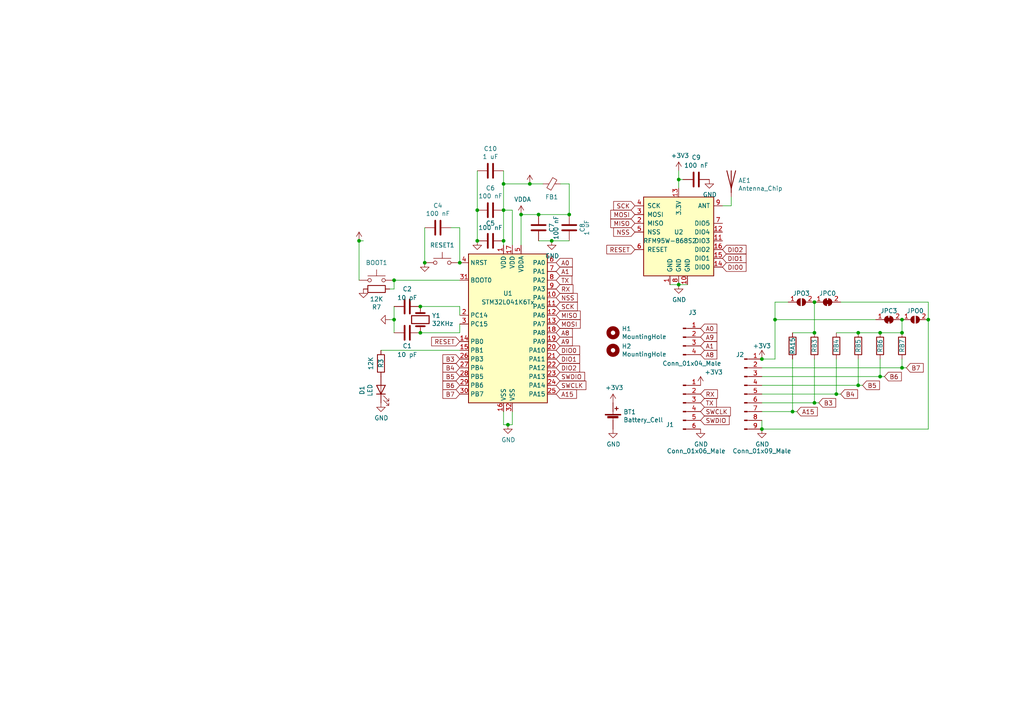
<source format=kicad_sch>
(kicad_sch (version 20211123) (generator eeschema)
  (paper "A4")
  (title_block (title "Generic STM32 battery sensor for Lorawan") (date "2020-07-12") (rev "2.2"))
  (lib_symbols
    (symbol "Connector:Conn_01x04_Male" (pin_names (offset 1.016) hide)
      (property "Reference" "J" (at 0 5.08 0))
      (property "Value" "Conn_01x04_Male" (at 0 -7.62 0))
      (symbol "Conn_01x04_Male_1_1"
        (polyline (pts (xy 1.27 -5.08) (xy 0.8636 -5.08)) (stroke (width 0.1524)))
        (polyline (pts (xy 1.27 -2.54) (xy 0.8636 -2.54)) (stroke (width 0.1524)))
        (polyline (pts (xy 1.27 0) (xy 0.8636 0)) (stroke (width 0.1524)))
        (polyline (pts (xy 1.27 2.54) (xy 0.8636 2.54)) (stroke (width 0.1524)))
        (rectangle (start 0.8636 -4.953) (end 0 -5.207) (stroke (width 0.1524)) (fill (type outline)))
        (rectangle (start 0.8636 -2.413) (end 0 -2.667) (stroke (width 0.1524)) (fill (type outline)))
        (rectangle (start 0.8636 0.127) (end 0 -0.127) (stroke (width 0.1524)) (fill (type outline)))
        (rectangle (start 0.8636 2.667) (end 0 2.413) (stroke (width 0.1524)) (fill (type outline)))
        (pin passive line (at 5.08 2.54 180) (length 3.81) (name "Pin_1") (number "1"))
        (pin passive line (at 5.08 0 180) (length 3.81) (name "Pin_2") (number "2"))
        (pin passive line (at 5.08 -2.54 180) (length 3.81) (name "Pin_3") (number "3"))
        (pin passive line (at 5.08 -5.08 180) (length 3.81) (name "Pin_4") (number "4"))
      )
    )
    (symbol "Connector:Conn_01x06_Male" (pin_names (offset 1.016) hide)
      (property "Reference" "J" (at 0 7.62 0))
      (property "Value" "Conn_01x06_Male" (at 0 -10.16 0))
      (symbol "Conn_01x06_Male_1_1"
        (polyline (pts (xy 1.27 -7.62) (xy 0.8636 -7.62)) (stroke (width 0.1524)))
        (polyline (pts (xy 1.27 -5.08) (xy 0.8636 -5.08)) (stroke (width 0.1524)))
        (polyline (pts (xy 1.27 -2.54) (xy 0.8636 -2.54)) (stroke (width 0.1524)))
        (polyline (pts (xy 1.27 0) (xy 0.8636 0)) (stroke (width 0.1524)))
        (polyline (pts (xy 1.27 2.54) (xy 0.8636 2.54)) (stroke (width 0.1524)))
        (polyline (pts (xy 1.27 5.08) (xy 0.8636 5.08)) (stroke (width 0.1524)))
        (rectangle (start 0.8636 -7.493) (end 0 -7.747) (stroke (width 0.1524)) (fill (type outline)))
        (rectangle (start 0.8636 -4.953) (end 0 -5.207) (stroke (width 0.1524)) (fill (type outline)))
        (rectangle (start 0.8636 -2.413) (end 0 -2.667) (stroke (width 0.1524)) (fill (type outline)))
        (rectangle (start 0.8636 0.127) (end 0 -0.127) (stroke (width 0.1524)) (fill (type outline)))
        (rectangle (start 0.8636 2.667) (end 0 2.413) (stroke (width 0.1524)) (fill (type outline)))
        (rectangle (start 0.8636 5.207) (end 0 4.953) (stroke (width 0.1524)) (fill (type outline)))
        (pin passive line (at 5.08 5.08 180) (length 3.81) (name "Pin_1") (number "1"))
        (pin passive line (at 5.08 2.54 180) (length 3.81) (name "Pin_2") (number "2"))
        (pin passive line (at 5.08 0 180) (length 3.81) (name "Pin_3") (number "3"))
        (pin passive line (at 5.08 -2.54 180) (length 3.81) (name "Pin_4") (number "4"))
        (pin passive line (at 5.08 -5.08 180) (length 3.81) (name "Pin_5") (number "5"))
        (pin passive line (at 5.08 -7.62 180) (length 3.81) (name "Pin_6") (number "6"))
      )
    )
    (symbol "Connector:Conn_01x09_Male" (pin_names (offset 1.016) hide)
      (property "Reference" "J" (at 0 12.7 0))
      (property "Value" "Conn_01x09_Male" (at 0 -12.7 0))
      (symbol "Conn_01x09_Male_1_1"
        (polyline (pts (xy 1.27 -10.16) (xy 0.8636 -10.16)) (stroke (width 0.1524)))
        (polyline (pts (xy 1.27 -7.62) (xy 0.8636 -7.62)) (stroke (width 0.1524)))
        (polyline (pts (xy 1.27 -5.08) (xy 0.8636 -5.08)) (stroke (width 0.1524)))
        (polyline (pts (xy 1.27 -2.54) (xy 0.8636 -2.54)) (stroke (width 0.1524)))
        (polyline (pts (xy 1.27 0) (xy 0.8636 0)) (stroke (width 0.1524)))
        (polyline (pts (xy 1.27 2.54) (xy 0.8636 2.54)) (stroke (width 0.1524)))
        (polyline (pts (xy 1.27 5.08) (xy 0.8636 5.08)) (stroke (width 0.1524)))
        (polyline (pts (xy 1.27 7.62) (xy 0.8636 7.62)) (stroke (width 0.1524)))
        (polyline (pts (xy 1.27 10.16) (xy 0.8636 10.16)) (stroke (width 0.1524)))
        (rectangle (start 0.8636 -10.033) (end 0 -10.287) (stroke (width 0.1524)) (fill (type outline)))
        (rectangle (start 0.8636 -7.493) (end 0 -7.747) (stroke (width 0.1524)) (fill (type outline)))
        (rectangle (start 0.8636 -4.953) (end 0 -5.207) (stroke (width 0.1524)) (fill (type outline)))
        (rectangle (start 0.8636 -2.413) (end 0 -2.667) (stroke (width 0.1524)) (fill (type outline)))
        (rectangle (start 0.8636 0.127) (end 0 -0.127) (stroke (width 0.1524)) (fill (type outline)))
        (rectangle (start 0.8636 2.667) (end 0 2.413) (stroke (width 0.1524)) (fill (type outline)))
        (rectangle (start 0.8636 5.207) (end 0 4.953) (stroke (width 0.1524)) (fill (type outline)))
        (rectangle (start 0.8636 7.747) (end 0 7.493) (stroke (width 0.1524)) (fill (type outline)))
        (rectangle (start 0.8636 10.287) (end 0 10.033) (stroke (width 0.1524)) (fill (type outline)))
        (pin passive line (at 5.08 10.16 180) (length 3.81) (name "Pin_1") (number "1"))
        (pin passive line (at 5.08 7.62 180) (length 3.81) (name "Pin_2") (number "2"))
        (pin passive line (at 5.08 5.08 180) (length 3.81) (name "Pin_3") (number "3"))
        (pin passive line (at 5.08 2.54 180) (length 3.81) (name "Pin_4") (number "4"))
        (pin passive line (at 5.08 0 180) (length 3.81) (name "Pin_5") (number "5"))
        (pin passive line (at 5.08 -2.54 180) (length 3.81) (name "Pin_6") (number "6"))
        (pin passive line (at 5.08 -5.08 180) (length 3.81) (name "Pin_7") (number "7"))
        (pin passive line (at 5.08 -7.62 180) (length 3.81) (name "Pin_8") (number "8"))
        (pin passive line (at 5.08 -10.16 180) (length 3.81) (name "Pin_9") (number "9"))
      )
    )
    (symbol "Device:Antenna" (pin_numbers hide) (pin_names (offset 1.016) hide)
      (property "Reference" "AE" (at -1.905 1.905 0))
      (property "Value" "Antenna" (at -1.905 0 0))
      (symbol "Antenna_0_1"
        (polyline (pts (xy 0 2.54) (xy 0 -3.81)) (stroke (width 0.254)))
        (polyline (pts (xy 1.27 2.54) (xy 0 -2.54) (xy -1.27 2.54)) (stroke (width 0.254)))
      )
      (symbol "Antenna_1_1"
        (pin input line (at 0 -5.08 90) (length 2.54) (name "A") (number "1"))
      )
    )
    (symbol "Device:Battery_Cell" (pin_numbers hide) (pin_names (offset 0) hide)
      (property "Reference" "BT" (at 2.54 2.54 0))
      (property "Value" "Battery_Cell" (at 2.54 0 0))
      (symbol "Battery_Cell_0_1"
        (rectangle (start -2.286 1.778) (end 2.286 1.524) (fill (type outline)))
        (rectangle (start -1.5748 1.1938) (end 1.4732 0.6858) (fill (type outline)))
        (polyline (pts (xy 0 0.762) (xy 0 0)))
        (polyline (pts (xy 0 1.778) (xy 0 2.54)))
        (polyline (pts (xy 0.508 3.429) (xy 1.524 3.429)) (stroke (width 0.254)))
        (polyline (pts (xy 1.016 3.937) (xy 1.016 2.921)) (stroke (width 0.254)))
      )
      (symbol "Battery_Cell_1_1"
        (pin passive line (at 0 5.08 270) (length 2.54) (name "+") (number "1"))
        (pin passive line (at 0 -2.54 90) (length 2.54) (name "-") (number "2"))
      )
    )
    (symbol "Device:C" (pin_numbers hide) (pin_names (offset 0.254))
      (property "Reference" "C" (at 0.635 2.54 0))
      (property "Value" "C" (at 0.635 -2.54 0))
      (symbol "C_0_1"
        (polyline (pts (xy -2.032 -0.762) (xy 2.032 -0.762)) (stroke (width 0.508)))
        (polyline (pts (xy -2.032 0.762) (xy 2.032 0.762)) (stroke (width 0.508)))
      )
      (symbol "C_1_1"
        (pin passive line (at 0 3.81 270) (length 2.794) (name "~") (number "1"))
        (pin passive line (at 0 -3.81 90) (length 2.794) (name "~") (number "2"))
      )
    )
    (symbol "Device:Crystal" (pin_numbers hide) (pin_names (offset 1.016) hide)
      (property "Reference" "Y" (at 0 3.81 0))
      (property "Value" "Crystal" (at 0 -3.81 0))
      (symbol "Crystal_0_1"
        (rectangle (start -1.143 2.54) (end 1.143 -2.54) (stroke (width 0.3048)))
        (polyline (pts (xy -2.54 0) (xy -1.905 0)))
        (polyline (pts (xy -1.905 -1.27) (xy -1.905 1.27)) (stroke (width 0.508)))
        (polyline (pts (xy 1.905 -1.27) (xy 1.905 1.27)) (stroke (width 0.508)))
        (polyline (pts (xy 2.54 0) (xy 1.905 0)))
      )
      (symbol "Crystal_1_1"
        (pin passive line (at -3.81 0 0) (length 1.27) (name "1") (number "1"))
        (pin passive line (at 3.81 0 180) (length 1.27) (name "2") (number "2"))
      )
    )
    (symbol "Device:Ferrite_Bead_Small" (pin_numbers hide) (pin_names (offset 0))
      (property "Reference" "FB" (at 1.905 1.27 0))
      (property "Value" "Device_Ferrite_Bead_Small" (at 1.905 -1.27 0))
      (symbol "Ferrite_Bead_Small_0_1"
        (polyline (pts (xy 0 -1.27) (xy 0 -0.7874)))
        (polyline (pts (xy 0 0.889) (xy 0 1.2954)))
        (polyline (pts (xy -1.8288 0.2794) (xy -1.1176 1.4986) (xy 1.8288 -0.2032) (xy 1.1176 -1.4224) (xy -1.8288 0.2794)))
      )
      (symbol "Ferrite_Bead_Small_1_1"
        (pin passive line (at 0 2.54 270) (length 1.27) (name "~") (number "1"))
        (pin passive line (at 0 -2.54 90) (length 1.27) (name "~") (number "2"))
      )
    )
    (symbol "Device:LED" (pin_numbers hide) (pin_names (offset 1.016) hide)
      (property "Reference" "D" (at 0 2.54 0))
      (property "Value" "LED" (at 0 -2.54 0))
      (symbol "LED_0_1"
        (polyline (pts (xy -1.27 -1.27) (xy -1.27 1.27)) (stroke (width 0.254)))
        (polyline (pts (xy -1.27 0) (xy 1.27 0)))
        (polyline (pts (xy 1.27 -1.27) (xy 1.27 1.27) (xy -1.27 0) (xy 1.27 -1.27)) (stroke (width 0.254)))
        (polyline (pts (xy -3.048 -0.762) (xy -4.572 -2.286) (xy -3.81 -2.286) (xy -4.572 -2.286) (xy -4.572 -1.524)))
        (polyline (pts (xy -1.778 -0.762) (xy -3.302 -2.286) (xy -2.54 -2.286) (xy -3.302 -2.286) (xy -3.302 -1.524)))
      )
      (symbol "LED_1_1"
        (pin passive line (at -3.81 0 0) (length 2.54) (name "K") (number "1"))
        (pin passive line (at 3.81 0 180) (length 2.54) (name "A") (number "2"))
      )
    )
    (symbol "Device:R" (pin_numbers hide) (pin_names (offset 0))
      (property "Reference" "R" (at 2.032 0 90))
      (property "Value" "R" (at 0 0 90))
      (symbol "R_0_1"
        (rectangle (start -1.016 -2.54) (end 1.016 2.54) (stroke (width 0.254)))
      )
      (symbol "R_1_1"
        (pin passive line (at 0 3.81 270) (length 1.27) (name "~") (number "1"))
        (pin passive line (at 0 -3.81 90) (length 1.27) (name "~") (number "2"))
      )
    )
    (symbol "Jumper:SolderJumper_2_Bridged" (pin_names (offset 0) hide)
      (property "Reference" "JP" (at 0 2.032 0))
      (property "Value" "SolderJumper_2_Bridged" (at 0 -2.54 0))
      (symbol "SolderJumper_2_Bridged_0_1"
        (rectangle (start -0.508 0.508) (end 0.508 -0.508) (fill (type outline)))
        (arc (start -0.254 1.016) (mid -1.27 0) (end -0.254 -1.016))
        (arc (start -0.254 1.016) (mid -1.27 0) (end -0.254 -1.016) (fill (type outline)))
        (polyline (pts (xy -0.254 1.016) (xy -0.254 -1.016)))
        (polyline (pts (xy 0.254 1.016) (xy 0.254 -1.016)))
        (arc (start 0.254 -1.016) (mid 1.27 0) (end 0.254 1.016))
        (arc (start 0.254 -1.016) (mid 1.27 0) (end 0.254 1.016) (fill (type outline)))
      )
      (symbol "SolderJumper_2_Bridged_1_1"
        (pin passive line (at -3.81 0 0) (length 2.54) (name "A") (number "1"))
        (pin passive line (at 3.81 0 180) (length 2.54) (name "B") (number "2"))
      )
    )
    (symbol "Jumper:SolderJumper_2_Open" (pin_names (offset 0) hide)
      (property "Reference" "JP" (at 0 2.032 0))
      (property "Value" "SolderJumper_2_Open" (at 0 -2.54 0))
      (symbol "SolderJumper_2_Open_0_1"
        (arc (start -0.254 1.016) (mid -1.27 0) (end -0.254 -1.016))
        (arc (start -0.254 1.016) (mid -1.27 0) (end -0.254 -1.016) (fill (type outline)))
        (polyline (pts (xy -0.254 1.016) (xy -0.254 -1.016)))
        (polyline (pts (xy 0.254 1.016) (xy 0.254 -1.016)))
        (arc (start 0.254 -1.016) (mid 1.27 0) (end 0.254 1.016))
        (arc (start 0.254 -1.016) (mid 1.27 0) (end 0.254 1.016) (fill (type outline)))
      )
      (symbol "SolderJumper_2_Open_1_1"
        (pin passive line (at -3.81 0 0) (length 2.54) (name "A") (number "1"))
        (pin passive line (at 3.81 0 180) (length 2.54) (name "B") (number "2"))
      )
    )
    (symbol "MCU_ST_STM32L0:STM32L041K6Tx"
      (property "Reference" "U" (at -12.7 21.59 0))
      (property "Value" "STM32L041K6Tx" (at 5.08 21.59 0))
      (symbol "STM32L041K6Tx_0_1"
        (rectangle (start -12.7 -22.86) (end 10.16 20.32) (stroke (width 0.254)) (fill (type background)))
      )
      (symbol "STM32L041K6Tx_1_1"
        (pin power_in line (at -2.54 22.86 270) (length 2.54) (name "VDD") (number "1"))
        (pin bidirectional line (at 12.7 7.62 180) (length 2.54) (name "PA4") (number "10"))
        (pin bidirectional line (at 12.7 5.08 180) (length 2.54) (name "PA5") (number "11"))
        (pin bidirectional line (at 12.7 2.54 180) (length 2.54) (name "PA6") (number "12"))
        (pin bidirectional line (at 12.7 0 180) (length 2.54) (name "PA7") (number "13"))
        (pin bidirectional line (at -15.24 -5.08 0) (length 2.54) (name "PB0") (number "14"))
        (pin bidirectional line (at -15.24 -7.62 0) (length 2.54) (name "PB1") (number "15"))
        (pin power_in line (at -2.54 -25.4 90) (length 2.54) (name "VSS") (number "16"))
        (pin power_in line (at 0 22.86 270) (length 2.54) (name "VDD") (number "17"))
        (pin bidirectional line (at 12.7 -2.54 180) (length 2.54) (name "PA8") (number "18"))
        (pin bidirectional line (at 12.7 -5.08 180) (length 2.54) (name "PA9") (number "19"))
        (pin bidirectional line (at -15.24 2.54 0) (length 2.54) (name "PC14") (number "2"))
        (pin bidirectional line (at 12.7 -7.62 180) (length 2.54) (name "PA10") (number "20"))
        (pin bidirectional line (at 12.7 -10.16 180) (length 2.54) (name "PA11") (number "21"))
        (pin bidirectional line (at 12.7 -12.7 180) (length 2.54) (name "PA12") (number "22"))
        (pin bidirectional line (at 12.7 -15.24 180) (length 2.54) (name "PA13") (number "23"))
        (pin bidirectional line (at 12.7 -17.78 180) (length 2.54) (name "PA14") (number "24"))
        (pin bidirectional line (at 12.7 -20.32 180) (length 2.54) (name "PA15") (number "25"))
        (pin bidirectional line (at -15.24 -10.16 0) (length 2.54) (name "PB3") (number "26"))
        (pin bidirectional line (at -15.24 -12.7 0) (length 2.54) (name "PB4") (number "27"))
        (pin bidirectional line (at -15.24 -15.24 0) (length 2.54) (name "PB5") (number "28"))
        (pin bidirectional line (at -15.24 -17.78 0) (length 2.54) (name "PB6") (number "29"))
        (pin bidirectional line (at -15.24 0 0) (length 2.54) (name "PC15") (number "3"))
        (pin bidirectional line (at -15.24 -20.32 0) (length 2.54) (name "PB7") (number "30"))
        (pin input line (at -15.24 12.7 0) (length 2.54) (name "BOOT0") (number "31"))
        (pin power_in line (at 0 -25.4 90) (length 2.54) (name "VSS") (number "32"))
        (pin input line (at -15.24 17.78 0) (length 2.54) (name "NRST") (number "4"))
        (pin power_in line (at 2.54 22.86 270) (length 2.54) (name "VDDA") (number "5"))
        (pin bidirectional line (at 12.7 17.78 180) (length 2.54) (name "PA0") (number "6"))
        (pin bidirectional line (at 12.7 15.24 180) (length 2.54) (name "PA1") (number "7"))
        (pin bidirectional line (at 12.7 12.7 180) (length 2.54) (name "PA2") (number "8"))
        (pin bidirectional line (at 12.7 10.16 180) (length 2.54) (name "PA3") (number "9"))
      )
    )
    (symbol "Mechanical:MountingHole" (pin_names (offset 1.016))
      (property "Reference" "H" (at 0 5.08 0))
      (property "Value" "MountingHole" (at 0 3.175 0))
      (symbol "MountingHole_0_1"
        (circle (center 0 0) (radius 1.27) (stroke (width 1.27)))
      )
    )
    (symbol "RF_Module:RFM95W-868S2" (pin_names (offset 1.016))
      (property "Reference" "U" (at -10.414 11.684 0))
      (property "Value" "RFM95W-868S2" (at 1.524 11.43 0))
      (symbol "RFM95W-868S2_0_1"
        (rectangle (start -10.16 10.16) (end 10.16 -12.7) (stroke (width 0.254)) (fill (type background)))
      )
      (symbol "RFM95W-868S2_1_1"
        (pin power_in line (at -2.54 -15.24 90) (length 2.54) (name "GND") (number "1"))
        (pin power_in line (at 2.54 -15.24 90) (length 2.54) (name "GND") (number "10"))
        (pin bidirectional line (at 12.7 -2.54 180) (length 2.54) (name "DIO3") (number "11"))
        (pin bidirectional line (at 12.7 0 180) (length 2.54) (name "DIO4") (number "12"))
        (pin power_in line (at 0 12.7 270) (length 2.54) (name "3.3V") (number "13"))
        (pin bidirectional line (at 12.7 -10.16 180) (length 2.54) (name "DIO0") (number "14"))
        (pin bidirectional line (at 12.7 -7.62 180) (length 2.54) (name "DIO1") (number "15"))
        (pin bidirectional line (at 12.7 -5.08 180) (length 2.54) (name "DIO2") (number "16"))
        (pin output line (at -12.7 2.54 0) (length 2.54) (name "MISO") (number "2"))
        (pin input line (at -12.7 5.08 0) (length 2.54) (name "MOSI") (number "3"))
        (pin input line (at -12.7 7.62 0) (length 2.54) (name "SCK") (number "4"))
        (pin input line (at -12.7 0 0) (length 2.54) (name "NSS") (number "5"))
        (pin bidirectional line (at -12.7 -5.08 0) (length 2.54) (name "RESET") (number "6"))
        (pin bidirectional line (at 12.7 2.54 180) (length 2.54) (name "DIO5") (number "7"))
        (pin power_in line (at 0 -15.24 90) (length 2.54) (name "GND") (number "8"))
        (pin bidirectional line (at 12.7 7.62 180) (length 2.54) (name "ANT") (number "9"))
      )
    )
    (symbol "Switch:SW_Push" (pin_numbers hide) (pin_names (offset 1.016) hide)
      (property "Reference" "SW" (at 1.27 2.54 0))
      (property "Value" "SW_Push" (at 0 -1.524 0))
      (symbol "SW_Push_0_1"
        (circle (center -2.032 0) (radius 0.508))
        (polyline (pts (xy 0 1.27) (xy 0 3.048)))
        (polyline (pts (xy 2.54 1.27) (xy -2.54 1.27)))
        (circle (center 2.032 0) (radius 0.508))
        (pin passive line (at -5.08 0 0) (length 2.54) (name "1") (number "1"))
        (pin passive line (at 5.08 0 180) (length 2.54) (name "2") (number "2"))
      )
    )
    (symbol "power:+3.3V" (power) (pin_names (offset 0))
      (property "Value" "+3.3V" (at 0 3.556 0))
      (symbol "+3.3V_0_1"
        (polyline (pts (xy -0.762 1.27) (xy 0 2.54)))
        (polyline (pts (xy 0 0) (xy 0 2.54)))
        (polyline (pts (xy 0 2.54) (xy 0.762 1.27)))
      )
      (symbol "+3.3V_1_1"
        (pin power_in line (at 0 0 90) (length 0) hide (name "+3V3") (number "1"))
      )
    )
    (symbol "power:GND" (power) (pin_names (offset 0))
      (property "Value" "GND" (at 0 -3.81 0))
      (symbol "GND_0_1"
        (polyline (pts (xy 0 0) (xy 0 -1.27) (xy 1.27 -1.27) (xy 0 -2.54) (xy -1.27 -1.27) (xy 0 -1.27)))
      )
      (symbol "GND_1_1"
        (pin power_in line (at 0 0 270) (length 0) hide (name "GND") (number "1"))
      )
    )
    (symbol "power:VDDA" (power) (pin_names (offset 0))
      (property "Value" "VDDA" (at 0 3.81 0))
      (symbol "VDDA_0_1"
        (polyline (pts (xy -0.762 1.27) (xy 0 2.54)))
        (polyline (pts (xy 0 0) (xy 0 2.54)))
        (polyline (pts (xy 0 2.54) (xy 0.762 1.27)))
      )
      (symbol "VDDA_1_1"
        (pin power_in line (at 0 0 90) (length 0) hide (name "VDDA") (number "1"))
      )
    )
  )
  (junction (at 165.1 62.23))
  (junction (at 261.62 96.52))
  (junction (at 160.02 69.85))
  (junction (at 156.21 62.23))
  (junction (at 261.62 92.71))
  (junction (at 220.98 124.46))
  (junction (at 269.24 92.71))
  (junction (at 147.32 123.19))
  (junction (at 121.92 88.9))
  (junction (at 133.35 76.2))
  (junction (at 114.3 92.71))
  (junction (at 236.22 116.84))
  (junction (at 121.92 96.52))
  (junction (at 138.43 60.96))
  (junction (at 146.05 60.96))
  (junction (at 153.67 53.34))
  (junction (at 146.05 53.34))
  (junction (at 151.13 62.23))
  (junction (at 236.22 96.52))
  (junction (at 224.79 92.71))
  (junction (at 104.14 69.85))
  (junction (at 236.22 87.63))
  (junction (at 196.85 82.55))
  (junction (at 255.27 109.22))
  (junction (at 114.3 81.28))
  (junction (at 261.62 106.68))
  (junction (at 138.43 69.85))
  (junction (at 220.98 104.14))
  (junction (at 248.92 96.52))
  (junction (at 146.05 69.85))
  (junction (at 196.85 52.07))
  (junction (at 248.92 111.76))
  (junction (at 242.57 114.3))
  (junction (at 229.87 119.38))
  (junction (at 123.19 76.2))
  (junction (at 255.27 96.52))
  (wire (pts (xy 236.22 116.84) (xy 220.98 116.84)))
  (wire (pts (xy 224.79 92.71) (xy 224.79 104.14)))
  (wire (pts (xy 148.59 123.19) (xy 148.59 119.38)))
  (wire (pts (xy 162.56 53.34) (xy 165.1 53.34)))
  (wire (pts (xy 255.27 109.22) (xy 256.54 109.22)))
  (wire (pts (xy 146.05 53.34) (xy 146.05 60.96)))
  (wire (pts (xy 229.87 119.38) (xy 220.98 119.38)))
  (wire (pts (xy 113.03 83.82) (xy 114.3 83.82)))
  (wire (pts (xy 224.79 92.71) (xy 254 92.71)))
  (wire (pts (xy 220.98 104.14) (xy 224.79 104.14)))
  (wire (pts (xy 113.03 92.71) (xy 114.3 92.71)))
  (wire (pts (xy 242.57 96.52) (xy 248.92 96.52)))
  (wire (pts (xy 130.81 66.04) (xy 133.35 66.04)))
  (wire (pts (xy 146.05 53.34) (xy 153.67 53.34)))
  (wire (pts (xy 242.57 114.3) (xy 243.84 114.3)))
  (wire (pts (xy 255.27 104.14) (xy 255.27 109.22)))
  (wire (pts (xy 261.62 96.52) (xy 261.62 92.71)))
  (wire (pts (xy 147.32 123.19) (xy 148.59 123.19)))
  (wire (pts (xy 114.3 88.9) (xy 114.3 92.71)))
  (wire (pts (xy 224.79 87.63) (xy 228.6 87.63)))
  (wire (pts (xy 220.98 109.22) (xy 255.27 109.22)))
  (wire (pts (xy 196.85 52.07) (xy 198.12 52.07)))
  (wire (pts (xy 209.55 59.69) (xy 212.09 59.69)))
  (wire (pts (xy 220.98 106.68) (xy 261.62 106.68)))
  (wire (pts (xy 123.19 76.2) (xy 123.19 66.04)))
  (wire (pts (xy 121.92 96.52) (xy 133.35 96.52)))
  (wire (pts (xy 224.79 87.63) (xy 224.79 92.71)))
  (wire (pts (xy 148.59 60.96) (xy 146.05 60.96)))
  (wire (pts (xy 236.22 87.63) (xy 236.22 96.52)))
  (wire (pts (xy 121.92 88.9) (xy 133.35 88.9)))
  (wire (pts (xy 196.85 52.07) (xy 196.85 54.61)))
  (wire (pts (xy 261.62 106.68) (xy 261.62 104.14)))
  (wire (pts (xy 133.35 96.52) (xy 133.35 93.98)))
  (wire (pts (xy 114.3 81.28) (xy 133.35 81.28)))
  (wire (pts (xy 146.05 123.19) (xy 147.32 123.19)))
  (wire (pts (xy 220.98 114.3) (xy 242.57 114.3)))
  (wire (pts (xy 231.14 119.38) (xy 229.87 119.38)))
  (wire (pts (xy 160.02 69.85) (xy 165.1 69.85)))
  (wire (pts (xy 148.59 60.96) (xy 148.59 71.12)))
  (wire (pts (xy 237.49 116.84) (xy 236.22 116.84)))
  (wire (pts (xy 199.39 82.55) (xy 196.85 82.55)))
  (wire (pts (xy 156.21 69.85) (xy 160.02 69.85)))
  (wire (pts (xy 133.35 91.44) (xy 133.35 88.9)))
  (wire (pts (xy 269.24 124.46) (xy 220.98 124.46)))
  (wire (pts (xy 104.14 81.28) (xy 104.14 69.85)))
  (wire (pts (xy 151.13 62.23) (xy 151.13 71.12)))
  (wire (pts (xy 196.85 49.53) (xy 196.85 52.07)))
  (wire (pts (xy 146.05 60.96) (xy 146.05 69.85)))
  (wire (pts (xy 220.98 124.46) (xy 220.98 121.92)))
  (wire (pts (xy 229.87 96.52) (xy 236.22 96.52)))
  (wire (pts (xy 138.43 69.85) (xy 138.43 60.96)))
  (wire (pts (xy 138.43 49.53) (xy 138.43 60.96)))
  (wire (pts (xy 165.1 53.34) (xy 165.1 62.23)))
  (wire (pts (xy 269.24 92.71) (xy 269.24 124.46)))
  (wire (pts (xy 248.92 104.14) (xy 248.92 111.76)))
  (wire (pts (xy 243.84 87.63) (xy 269.24 87.63)))
  (wire (pts (xy 114.3 92.71) (xy 114.3 96.52)))
  (wire (pts (xy 261.62 106.68) (xy 262.89 106.68)))
  (wire (pts (xy 133.35 76.2) (xy 133.35 66.04)))
  (wire (pts (xy 242.57 104.14) (xy 242.57 114.3)))
  (wire (pts (xy 255.27 96.52) (xy 261.62 96.52)))
  (wire (pts (xy 151.13 62.23) (xy 156.21 62.23)))
  (wire (pts (xy 269.24 87.63) (xy 269.24 92.71)))
  (wire (pts (xy 146.05 119.38) (xy 146.05 123.19)))
  (wire (pts (xy 146.05 53.34) (xy 146.05 49.53)))
  (wire (pts (xy 153.67 53.34) (xy 157.48 53.34)))
  (wire (pts (xy 104.14 69.85) (xy 105.41 69.85)))
  (wire (pts (xy 212.09 59.69) (xy 212.09 57.15)))
  (wire (pts (xy 133.35 101.6) (xy 110.49 101.6)))
  (wire (pts (xy 156.21 62.23) (xy 165.1 62.23)))
  (wire (pts (xy 194.31 82.55) (xy 196.85 82.55)))
  (wire (pts (xy 220.98 111.76) (xy 248.92 111.76)))
  (wire (pts (xy 146.05 69.85) (xy 146.05 71.12)))
  (wire (pts (xy 236.22 104.14) (xy 236.22 116.84)))
  (wire (pts (xy 248.92 111.76) (xy 250.19 111.76)))
  (wire (pts (xy 114.3 83.82) (xy 114.3 81.28)))
  (wire (pts (xy 229.87 104.14) (xy 229.87 119.38)))
  (wire (pts (xy 248.92 96.52) (xy 255.27 96.52)))
  (global_label "A0" (shape input) (at 161.29 76.2 0) (property "Intersheet References" "${INTERSHEET_REFS}" (effects hide)))
  (global_label "DIO2" (shape input) (at 161.29 106.68 0) (property "Intersheet References" "${INTERSHEET_REFS}" (effects hide)))
  (global_label "TX" (shape input) (at 203.2 116.84 0) (property "Intersheet References" "${INTERSHEET_REFS}" (effects hide)))
  (global_label "A1" (shape input) (at 203.2 100.33 0) (property "Intersheet References" "${INTERSHEET_REFS}" (effects hide)))
  (global_label "A1" (shape input) (at 161.29 78.74 0) (property "Intersheet References" "${INTERSHEET_REFS}" (effects hide)))
  (global_label "MISO" (shape input) (at 184.15 64.77 180) (property "Intersheet References" "${INTERSHEET_REFS}" (effects hide)))
  (global_label "B4" (shape input) (at 133.35 106.68 180) (property "Intersheet References" "${INTERSHEET_REFS}" (effects hide)))
  (global_label "SCK" (shape input) (at 161.29 88.9 0) (property "Intersheet References" "${INTERSHEET_REFS}" (effects hide)))
  (global_label "RX" (shape input) (at 161.29 83.82 0) (property "Intersheet References" "${INTERSHEET_REFS}" (effects hide)))
  (global_label "SWCLK" (shape input) (at 161.29 111.76 0) (property "Intersheet References" "${INTERSHEET_REFS}" (effects hide)))
  (global_label "A15" (shape input) (at 231.14 119.38 0) (property "Intersheet References" "${INTERSHEET_REFS}" (effects hide)))
  (global_label "B3" (shape input) (at 237.49 116.84 0) (property "Intersheet References" "${INTERSHEET_REFS}" (effects hide)))
  (global_label "A8" (shape input) (at 161.29 96.52 0) (property "Intersheet References" "${INTERSHEET_REFS}" (effects hide)))
  (global_label "A8" (shape input) (at 203.2 102.87 0) (property "Intersheet References" "${INTERSHEET_REFS}" (effects hide)))
  (global_label "TX" (shape input) (at 161.29 81.28 0) (property "Intersheet References" "${INTERSHEET_REFS}" (effects hide)))
  (global_label "B7" (shape input) (at 133.35 114.3 180) (property "Intersheet References" "${INTERSHEET_REFS}" (effects hide)))
  (global_label "B3" (shape input) (at 133.35 104.14 180) (property "Intersheet References" "${INTERSHEET_REFS}" (effects hide)))
  (global_label "MOSI" (shape input) (at 184.15 62.23 180) (property "Intersheet References" "${INTERSHEET_REFS}" (effects hide)))
  (global_label "A15" (shape input) (at 161.29 114.3 0) (property "Intersheet References" "${INTERSHEET_REFS}" (effects hide)))
  (global_label "RESET" (shape input) (at 184.15 72.39 180) (property "Intersheet References" "${INTERSHEET_REFS}" (effects hide)))
  (global_label "SCK" (shape input) (at 184.15 59.69 180) (property "Intersheet References" "${INTERSHEET_REFS}" (effects hide)))
  (global_label "DIO0" (shape input) (at 209.55 77.47 0) (property "Intersheet References" "${INTERSHEET_REFS}" (effects hide)))
  (global_label "NSS" (shape input) (at 184.15 67.31 180) (property "Intersheet References" "${INTERSHEET_REFS}" (effects hide)))
  (global_label "B7" (shape input) (at 262.89 106.68 0) (property "Intersheet References" "${INTERSHEET_REFS}" (effects hide)))
  (global_label "RX" (shape input) (at 203.2 114.3 0) (property "Intersheet References" "${INTERSHEET_REFS}" (effects hide)))
  (global_label "B4" (shape input) (at 243.84 114.3 0) (property "Intersheet References" "${INTERSHEET_REFS}" (effects hide)))
  (global_label "SWCLK" (shape input) (at 203.2 119.38 0) (property "Intersheet References" "${INTERSHEET_REFS}" (effects hide)))
  (global_label "A0" (shape input) (at 203.2 95.25 0) (property "Intersheet References" "${INTERSHEET_REFS}" (effects hide)))
  (global_label "B6" (shape input) (at 133.35 111.76 180) (property "Intersheet References" "${INTERSHEET_REFS}" (effects hide)))
  (global_label "SWDIO" (shape input) (at 161.29 109.22 0) (property "Intersheet References" "${INTERSHEET_REFS}" (effects hide)))
  (global_label "DIO2" (shape input) (at 209.55 72.39 0) (property "Intersheet References" "${INTERSHEET_REFS}" (effects hide)))
  (global_label "A9" (shape input) (at 161.29 99.06 0) (property "Intersheet References" "${INTERSHEET_REFS}" (effects hide)))
  (global_label "MOSI" (shape input) (at 161.29 93.98 0) (property "Intersheet References" "${INTERSHEET_REFS}" (effects hide)))
  (global_label "MISO" (shape input) (at 161.29 91.44 0) (property "Intersheet References" "${INTERSHEET_REFS}" (effects hide)))
  (global_label "B6" (shape input) (at 256.54 109.22 0) (property "Intersheet References" "${INTERSHEET_REFS}" (effects hide)))
  (global_label "DIO1" (shape input) (at 161.29 104.14 0) (property "Intersheet References" "${INTERSHEET_REFS}" (effects hide)))
  (global_label "SWDIO" (shape input) (at 203.2 121.92 0) (property "Intersheet References" "${INTERSHEET_REFS}" (effects hide)))
  (global_label "NSS" (shape input) (at 161.29 86.36 0) (property "Intersheet References" "${INTERSHEET_REFS}" (effects hide)))
  (global_label "RESET" (shape input) (at 133.35 99.06 180) (property "Intersheet References" "${INTERSHEET_REFS}" (effects hide)))
  (global_label "DIO0" (shape input) (at 161.29 101.6 0) (property "Intersheet References" "${INTERSHEET_REFS}" (effects hide)))
  (global_label "B5" (shape input) (at 133.35 109.22 180) (property "Intersheet References" "${INTERSHEET_REFS}" (effects hide)))
  (global_label "B5" (shape input) (at 250.19 111.76 0) (property "Intersheet References" "${INTERSHEET_REFS}" (effects hide)))
  (global_label "DIO1" (shape input) (at 209.55 74.93 0) (property "Intersheet References" "${INTERSHEET_REFS}" (effects hide)))
  (global_label "A9" (shape input) (at 203.2 97.79 0) (property "Intersheet References" "${INTERSHEET_REFS}" (effects hide)))
  (symbol (lib_id "MCU_ST_STM32L0:STM32L041K6Tx") (at 148.59 93.98 0) (unit 1)
    (property "Reference" "U1" (at 147.32 85.09 0))
    (property "Value" "STM32L041K6Tx" (at 147.32 87.63 0))
    (property "Footprint" "Package_QFP:LQFP-32_7x7mm_P0.8mm" (effects hide))
    (property "Datasheet" "http://www.st.com/st-web-ui/static/active/en/resource/technical/document/datasheet/DM00152023.pdf" (effects hide))
  )
  (symbol (lib_id "power:GND") (at 147.32 123.19 0) (unit 1)
    (property "Reference" "#PWR0101" (effects hide))
    (property "Value" "GND" (at 147.447 127.5842 0))
  )
  (symbol (lib_id "power:VDDA") (at 151.13 62.23 0) (unit 1)
    (property "Reference" "#PWR0102" (effects hide))
    (property "Value" "VDDA" (at 151.5618 57.8358 0))
  )
  (symbol (lib_id "Device:Crystal") (at 121.92 92.71 90) (unit 1)
    (property "Reference" "Y1" (at 125.2474 91.5416 90) (effects (justify right)))
    (property "Value" "32KHz" (at 125.2474 93.853 90) (effects (justify right)))
    (property "Footprint" "Crystal:Crystal_SMD_3215-2Pin_3.2x1.5mm" (effects hide))
    (property "Datasheet" "NX3215SA" (effects hide))
  )
  (symbol (lib_id "Device:C") (at 118.11 88.9 270) (unit 1)
    (property "Reference" "C2" (at 118.11 83.82 90))
    (property "Value" "10 pF" (at 118.11 86.36 90))
    (property "Footprint" "Capacitor_SMD:C_0805_2012Metric" (effects hide))
  )
  (symbol (lib_id "Device:C") (at 118.11 96.52 270) (unit 1)
    (property "Reference" "C1" (at 118.11 100.33 90))
    (property "Value" "10 pF" (at 118.11 102.87 90))
    (property "Footprint" "Capacitor_SMD:C_0805_2012Metric" (effects hide))
  )
  (symbol (lib_id "power:GND") (at 113.03 92.71 270) (unit 1)
    (property "Reference" "#PWR0103" (effects hide))
    (property "Value" "GND" (effects hide))
  )
  (symbol (lib_id "Switch:SW_Push") (at 128.27 76.2 0) (unit 1)
    (property "Reference" "RESET1" (at 128.27 71.12 0))
    (property "Value" "RESET" (effects hide))
    (property "Footprint" "Button_Switch_SMD:SW_SPST_TL3342" (effects hide))
  )
  (symbol (lib_id "Switch:SW_Push") (at 109.22 81.28 0) (unit 1)
    (property "Reference" "BOOT1" (at 109.22 76.2 0))
    (property "Value" "BOOT" (effects hide))
    (property "Footprint" "Button_Switch_SMD:SW_SPST_TL3342" (effects hide))
  )
  (symbol (lib_id "Device:C") (at 127 66.04 270) (unit 1)
    (property "Reference" "C4" (at 127 59.6392 90))
    (property "Value" "100 nF" (at 127 61.9506 90))
    (property "Footprint" "Capacitor_SMD:C_0805_2012Metric" (effects hide))
  )
  (symbol (lib_id "power:GND") (at 123.19 76.2 0) (unit 1)
    (property "Reference" "#PWR0104" (effects hide))
    (property "Value" "GND" (effects hide))
  )
  (symbol (lib_id "power:+3.3V") (at 104.14 69.85 0) (unit 1)
    (property "Reference" "#PWR0105" (effects hide))
    (property "Value" "+3.3V" (effects hide))
  )
  (symbol (lib_id "Device:C") (at 142.24 69.85 270) (unit 1)
    (property "Reference" "C5" (at 142.24 64.77 90))
    (property "Value" "100 nF" (at 142.24 66.04 90))
    (property "Footprint" "Capacitor_SMD:C_0805_2012Metric" (effects hide))
  )
  (symbol (lib_id "Device:C") (at 142.24 60.96 270) (unit 1)
    (property "Reference" "C6" (at 142.24 54.5592 90))
    (property "Value" "100 nF" (at 142.24 56.8706 90))
    (property "Footprint" "Capacitor_SMD:C_0805_2012Metric" (effects hide))
  )
  (symbol (lib_id "Device:C") (at 156.21 66.04 180) (unit 1)
    (property "Reference" "C7" (at 160.02 66.04 90))
    (property "Value" "100 nF" (at 161.29 66.04 90))
    (property "Footprint" "Capacitor_SMD:C_0805_2012Metric" (effects hide))
  )
  (symbol (lib_id "Device:C") (at 165.1 66.04 180) (unit 1)
    (property "Reference" "C8" (at 168.91 66.04 90))
    (property "Value" "1 uF" (at 170.18 66.04 90))
    (property "Footprint" "Capacitor_SMD:C_0805_2012Metric" (effects hide))
  )
  (symbol (lib_id "power:GND") (at 160.02 69.85 0) (unit 1)
    (property "Reference" "#PWR0106" (effects hide))
    (property "Value" "GND" (at 160.147 74.2442 0))
  )
  (symbol (lib_id "Device:Ferrite_Bead_Small") (at 160.02 53.34 270) (unit 1)
    (property "Reference" "FB1" (at 160.02 57.15 90))
    (property "Value" "Ferrite_Bead_Small" (effects hide))
    (property "Footprint" "Resistor_SMD:R_0805_2012Metric" (effects hide))
  )
  (symbol (lib_id "RF_Module:RFM95W-868S2") (at 196.85 67.31 0) (unit 1)
    (property "Reference" "U2" (at 196.85 67.31 0))
    (property "Value" "RFM95W-868S2" (at 194.31 69.85 0))
    (property "Footprint" "RF_Module:HOPERF_RFM9XW_SMD" (effects hide))
    (property "Datasheet" "https://www.hoperf.com/data/upload/portal/20181127/5bfcbea20e9ef.pdf" (effects hide))
  )
  (symbol (lib_id "power:GND") (at 196.85 82.55 0) (unit 1)
    (property "Reference" "#PWR0107" (effects hide))
    (property "Value" "GND" (at 196.977 86.9442 0))
  )
  (symbol (lib_id "power:+3.3V") (at 196.85 49.53 0) (unit 1)
    (property "Reference" "#PWR0108" (effects hide))
    (property "Value" "+3.3V" (at 197.231 45.1358 0))
  )
  (symbol (lib_id "Device:C") (at 201.93 52.07 270) (unit 1)
    (property "Reference" "C9" (at 201.93 45.6692 90))
    (property "Value" "100 nF" (at 201.93 47.9806 90))
    (property "Footprint" "Capacitor_SMD:C_0805_2012Metric" (effects hide))
  )
  (symbol (lib_id "power:GND") (at 205.74 52.07 0) (unit 1)
    (property "Reference" "#PWR0109" (effects hide))
    (property "Value" "GND" (at 205.867 56.4642 0))
  )
  (symbol (lib_id "Device:Antenna") (at 212.09 52.07 0) (unit 1)
    (property "Reference" "AE1" (at 214.122 52.3494 0) (effects (justify left)))
    (property "Value" "Antenna_Chip" (at 214.122 54.6608 0) (effects (justify left)))
    (property "Footprint" "RF_Antenna:Texas_SWRA416_868MHz_915MHz" (effects hide))
  )
  (symbol (lib_id "power:GND") (at 203.2 124.46 0) (unit 1)
    (property "Reference" "#PWR0111" (effects hide))
    (property "Value" "GND" (at 203.327 128.8542 0))
  )
  (symbol (lib_id "power:+3.3V") (at 203.2 111.76 0) (unit 1)
    (property "Reference" "#PWR0112" (effects hide))
    (property "Value" "+3.3V" (at 207.01 107.95 0))
  )
  (symbol (lib_id "Device:Battery_Cell") (at 177.8 121.92 0) (unit 1)
    (property "Reference" "BT1" (at 180.7972 119.4816 0) (effects (justify left)))
    (property "Value" "Battery_Cell" (at 180.7972 121.793 0) (effects (justify left)))
    (property "Footprint" "Battery:CR123_holder" (effects hide))
  )
  (symbol (lib_id "power:GND") (at 177.8 124.46 0) (unit 1)
    (property "Reference" "#PWR0113" (effects hide))
    (property "Value" "GND" (at 177.927 128.8542 0))
  )
  (symbol (lib_id "power:+3.3V") (at 177.8 116.84 0) (unit 1)
    (property "Reference" "#PWR0114" (effects hide))
    (property "Value" "+3.3V" (at 178.181 112.4458 0))
  )
  (symbol (lib_id "Connector:Conn_01x06_Male") (at 198.12 116.84 0) (unit 1)
    (property "Reference" "J1" (at 194.31 123.19 0))
    (property "Value" "Conn_01x06_Male" (at 201.93 130.81 0))
    (property "Footprint" "Connector_PinHeader_2.54mm:PinHeader_1x06_P2.54mm_Vertical" (effects hide))
  )
  (symbol (lib_id "Device:R") (at 109.22 83.82 270) (unit 1)
    (property "Reference" "R7" (at 109.22 89.0778 90))
    (property "Value" "12K" (at 109.22 86.7664 90))
    (property "Footprint" "Resistor_SMD:R_0805_2012Metric" (effects hide))
  )
  (symbol (lib_id "Device:C") (at 142.24 49.53 270) (unit 1)
    (property "Reference" "C10" (at 142.24 43.1292 90))
    (property "Value" "1 uF" (at 142.24 45.4406 90))
    (property "Footprint" "Capacitor_SMD:C_0805_2012Metric" (effects hide))
  )
  (symbol (lib_id "power:+3.3V") (at 153.67 53.34 0) (unit 1)
    (property "Reference" "#PWR0110" (effects hide))
    (property "Value" "+3.3V" (effects hide))
  )
  (symbol (lib_id "power:GND") (at 138.43 69.85 0) (unit 1)
    (property "Reference" "#PWR0115" (effects hide))
    (property "Value" "GND" (effects hide))
  )
  (symbol (lib_id "power:GND") (at 105.41 83.82 0) (unit 1)
    (property "Reference" "#PWR0116" (effects hide))
    (property "Value" "GND" (effects hide))
  )
  (symbol (lib_id "Device:LED") (at 110.49 113.03 90) (unit 1)
    (property "Reference" "D1" (at 105.0036 113.2078 0))
    (property "Value" "LED" (at 107.315 113.2078 0))
    (property "Footprint" "Diode_SMD:D_0805_2012Metric" (effects hide))
  )
  (symbol (lib_id "Device:R") (at 110.49 105.41 0) (unit 1)
    (property "Reference" "R3" (at 110.49 105.41 90))
    (property "Value" "12K" (at 107.5436 105.41 90))
    (property "Footprint" "Resistor_SMD:R_0805_2012Metric" (effects hide))
  )
  (symbol (lib_id "power:GND") (at 110.49 116.84 0) (unit 1)
    (property "Reference" "#PWR0119" (effects hide))
    (property "Value" "GND" (at 110.617 121.2342 0))
  )
  (symbol (lib_id "Connector:Conn_01x09_Male") (at 215.9 114.3 0) (unit 1)
    (property "Reference" "J2" (at 214.63 102.87 0))
    (property "Value" "Conn_01x09_Male" (at 220.98 130.81 0))
    (property "Footprint" "Connector_PinHeader_2.54mm:PinHeader_1x09_P2.54mm_Vertical" (effects hide))
  )
  (symbol (lib_id "Connector:Conn_01x04_Male") (at 198.12 97.79 0) (unit 1)
    (property "Reference" "J3" (at 200.8632 90.6526 0))
    (property "Value" "Conn_01x04_Male" (at 200.66 105.41 0))
    (property "Footprint" "Connector_PinHeader_2.54mm:PinHeader_2x02_P2.54mm_Vertical" (effects hide))
  )
  (symbol (lib_id "power:GND") (at 220.98 124.46 0) (unit 1)
    (property "Reference" "#PWR0117" (effects hide))
    (property "Value" "GND" (at 221.107 128.8542 0))
  )
  (symbol (lib_id "power:+3.3V") (at 220.98 104.14 0) (unit 1)
    (property "Reference" "#PWR0118" (effects hide))
    (property "Value" "+3.3V" (at 220.98 100.33 0))
  )
  (symbol (lib_id "Mechanical:MountingHole") (at 177.8 96.52 0) (unit 1)
    (property "Reference" "H1" (at 180.34 95.3516 0) (effects (justify left)))
    (property "Value" "MountingHole" (at 180.34 97.663 0) (effects (justify left)))
    (property "Footprint" "MountingHole:MountingHole_2.2mm_M2" (effects hide))
  )
  (symbol (lib_id "Mechanical:MountingHole") (at 177.8 101.6 0) (unit 1)
    (property "Reference" "H2" (at 180.34 100.4316 0) (effects (justify left)))
    (property "Value" "MountingHole" (at 180.34 102.743 0) (effects (justify left)))
    (property "Footprint" "MountingHole:MountingHole_2.2mm_M2" (effects hide))
  )
  (symbol (lib_id "Device:R") (at 261.62 100.33 0) (unit 1)
    (property "Reference" "RB7" (at 261.62 100.33 90))
    (property "Value" "PU" (effects hide))
    (property "Footprint" "Resistor_SMD:R_0805_2012Metric" (effects hide))
  )
  (symbol (lib_id "Device:R") (at 255.27 100.33 0) (unit 1)
    (property "Reference" "RB6" (at 255.27 100.33 90))
    (property "Value" "PU" (effects hide))
    (property "Footprint" "Resistor_SMD:R_0805_2012Metric" (effects hide))
  )
  (symbol (lib_id "Device:R") (at 248.92 100.33 0) (unit 1)
    (property "Reference" "RB5" (at 248.92 100.33 90))
    (property "Value" "PU" (effects hide))
    (property "Footprint" "Resistor_SMD:R_0805_2012Metric" (effects hide))
  )
  (symbol (lib_id "Device:R") (at 242.57 100.33 0) (unit 1)
    (property "Reference" "RB4" (at 242.57 100.33 90))
    (property "Value" "PU" (effects hide))
    (property "Footprint" "Resistor_SMD:R_0805_2012Metric" (effects hide))
  )
  (symbol (lib_id "Jumper:SolderJumper_2_Open") (at 265.43 92.71 0) (unit 1)
    (property "Reference" "JPO0" (at 265.43 90.17 0))
    (property "Value" "SolderJumper_2_Open" (effects hide))
    (property "Footprint" "Jumper:SolderJumper-2_P1.3mm_Open_Pad1.0x1.5mm" (effects hide))
  )
  (symbol (lib_id "Jumper:SolderJumper_2_Bridged") (at 257.81 92.71 0) (unit 1)
    (property "Reference" "JPC3" (at 257.81 90.17 0))
    (property "Value" "SolderJumper_2_Bridged" (effects hide))
    (property "Footprint" "Jumper:SolderJumper-2_P1.3mm_Bridged_Pad1.0x1.5mm" (effects hide))
  )
  (symbol (lib_id "Device:R") (at 236.22 100.33 0) (unit 1)
    (property "Reference" "RB3" (at 236.22 100.33 90))
    (property "Value" "PU" (effects hide))
    (property "Footprint" "Resistor_SMD:R_0805_2012Metric" (effects hide))
  )
  (symbol (lib_id "Device:R") (at 229.87 100.33 0) (unit 1)
    (property "Reference" "RA15" (at 229.87 100.33 90))
    (property "Value" "PU" (effects hide))
    (property "Footprint" "Resistor_SMD:R_0805_2012Metric" (effects hide))
  )
  (symbol (lib_id "Jumper:SolderJumper_2_Open") (at 232.41 87.63 0) (unit 1)
    (property "Reference" "JPO3" (at 232.41 85.09 0))
    (property "Value" "SolderJumper_2_Open" (effects hide))
    (property "Footprint" "Jumper:SolderJumper-2_P1.3mm_Open_Pad1.0x1.5mm" (effects hide))
  )
  (symbol (lib_id "Jumper:SolderJumper_2_Bridged") (at 240.03 87.63 0) (unit 1)
    (property "Reference" "JPC0" (at 240.03 85.09 0))
    (property "Value" "SolderJumper_2_Bridged" (effects hide))
    (property "Footprint" "Jumper:SolderJumper-2_P1.3mm_Bridged_Pad1.0x1.5mm" (effects hide))
  )
)
</source>
